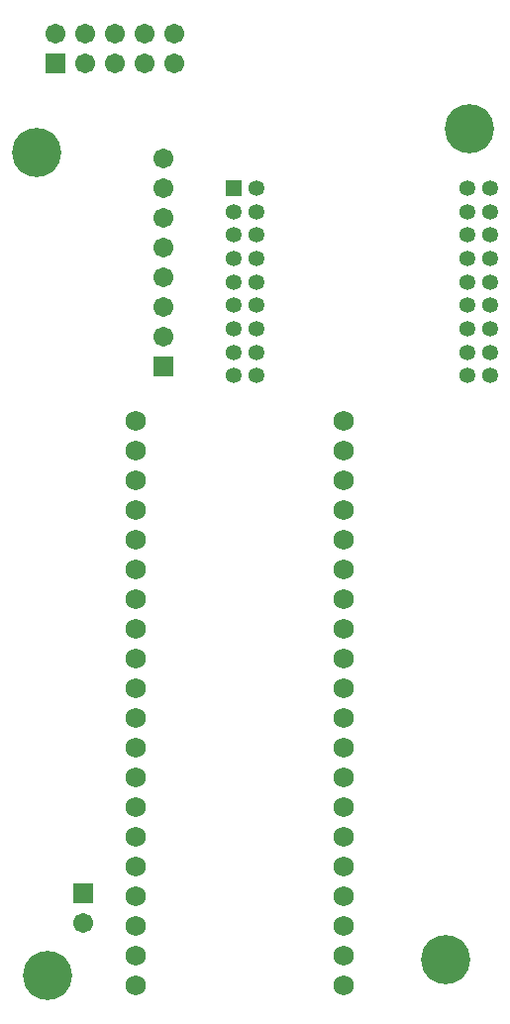
<source format=gts>
G04*
G04 #@! TF.GenerationSoftware,Altium Limited,Altium Designer,19.1.5 (86)*
G04*
G04 Layer_Color=8388736*
%FSLAX25Y25*%
%MOIN*%
G70*
G01*
G75*
%ADD13R,0.06706X0.06706*%
%ADD14C,0.06706*%
%ADD15C,0.16548*%
%ADD16C,0.06800*%
%ADD17C,0.05328*%
%ADD18R,0.05328X0.05328*%
%ADD19R,0.06706X0.06706*%
D13*
X30610Y46752D02*
D03*
X57382Y224311D02*
D03*
D14*
X30610Y36752D02*
D03*
X57382Y294311D02*
D03*
Y284311D02*
D03*
Y274311D02*
D03*
Y264311D02*
D03*
Y254311D02*
D03*
Y244311D02*
D03*
Y234311D02*
D03*
X61004Y336122D02*
D03*
Y326122D02*
D03*
X51004Y336122D02*
D03*
Y326122D02*
D03*
X41004Y336122D02*
D03*
Y326122D02*
D03*
X31004Y336122D02*
D03*
Y326122D02*
D03*
X21004Y336122D02*
D03*
D15*
X160531Y304232D02*
D03*
X14862Y296358D02*
D03*
X18504Y19390D02*
D03*
X152657Y24705D02*
D03*
D16*
X48031Y15866D02*
D03*
Y25866D02*
D03*
Y35866D02*
D03*
Y45866D02*
D03*
Y55866D02*
D03*
Y105866D02*
D03*
Y95866D02*
D03*
Y85866D02*
D03*
Y75866D02*
D03*
Y65866D02*
D03*
Y165866D02*
D03*
Y175866D02*
D03*
Y185866D02*
D03*
Y195866D02*
D03*
Y205866D02*
D03*
Y155866D02*
D03*
Y145866D02*
D03*
Y135866D02*
D03*
Y125866D02*
D03*
Y115866D02*
D03*
X118032D02*
D03*
Y125866D02*
D03*
Y135866D02*
D03*
Y145866D02*
D03*
Y155866D02*
D03*
Y205866D02*
D03*
Y195866D02*
D03*
Y185866D02*
D03*
Y175866D02*
D03*
Y165866D02*
D03*
Y65866D02*
D03*
Y75866D02*
D03*
Y85866D02*
D03*
Y95866D02*
D03*
Y105866D02*
D03*
Y55866D02*
D03*
Y45866D02*
D03*
Y35866D02*
D03*
Y25866D02*
D03*
Y15866D02*
D03*
D17*
X159744Y221161D02*
D03*
Y229035D02*
D03*
Y236909D02*
D03*
Y244783D02*
D03*
Y252658D02*
D03*
Y260531D02*
D03*
Y268406D02*
D03*
Y276279D02*
D03*
Y284154D02*
D03*
X167618Y221161D02*
D03*
Y229035D02*
D03*
Y236910D02*
D03*
Y244783D02*
D03*
Y252658D02*
D03*
Y260531D02*
D03*
Y268406D02*
D03*
Y276280D02*
D03*
Y284154D02*
D03*
X88878Y221161D02*
D03*
Y229035D02*
D03*
Y236909D02*
D03*
Y244783D02*
D03*
Y252658D02*
D03*
Y260531D02*
D03*
Y268406D02*
D03*
Y276279D02*
D03*
Y284154D02*
D03*
X81004Y221161D02*
D03*
Y229035D02*
D03*
Y236910D02*
D03*
Y244783D02*
D03*
Y252658D02*
D03*
Y260531D02*
D03*
Y268406D02*
D03*
Y276280D02*
D03*
D18*
Y284154D02*
D03*
D19*
X21004Y326122D02*
D03*
M02*

</source>
